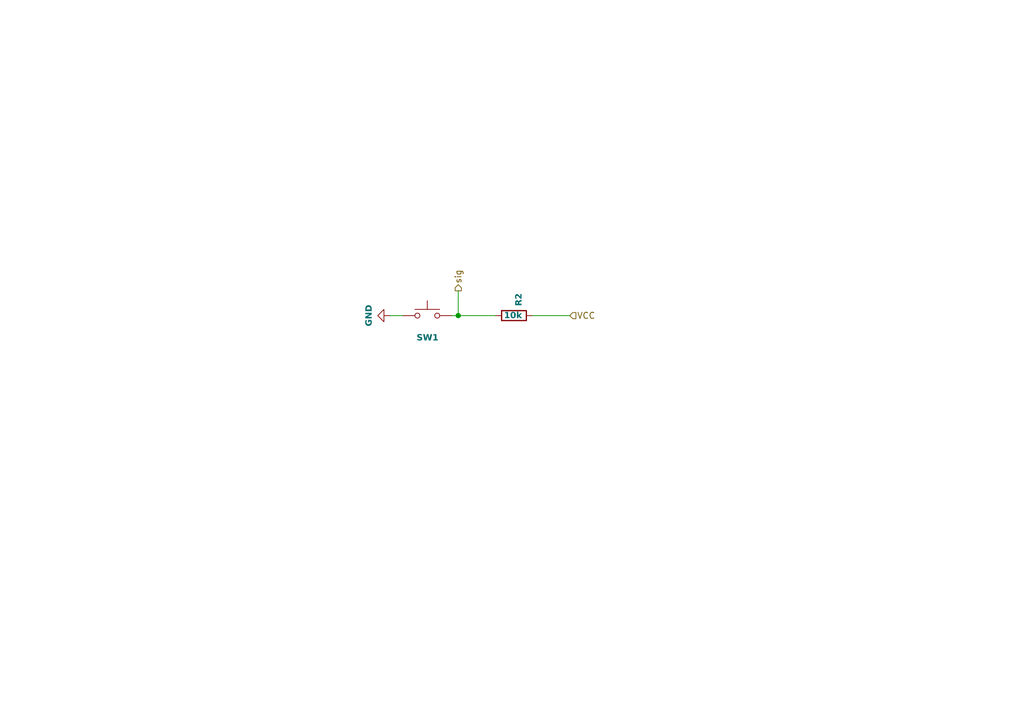
<source format=kicad_sch>
(kicad_sch (version 20250114) (generator "eeschema") (generator_version "9.0")
  (paper "A5")
  (lib_symbols
    (symbol "Device:R" (pin_numbers (hide yes)) (pin_names (offset 0))
      (property "Reference" "R" (at 2.032 0 90))
      (property "Value" "R" (at 0 0 90))
      (symbol "R_0_1"
        (rectangle (start -1.016 -2.54) (end 1.016 2.54) (stroke (width 0.254)))
      )
      (symbol "R_1_1"
        (pin passive line (at 0 3.81 270) (length 1.27) (name "~") (number "1"))
        (pin passive line (at 0 -3.81 90) (length 1.27) (name "~") (number "2"))
      )
    )
    (symbol "Switch:SW_Push" (pin_numbers (hide yes)) (pin_names (offset 1.016) (hide yes))
      (property "Reference" "SW" (at 1.27 2.54 0))
      (property "Value" "SW_Push" (at 0 -1.524 0))
      (symbol "SW_Push_0_1"
        (circle (center -2.032 0) (radius 0.508))
        (polyline (pts (xy 0 1.27) (xy 0 3.048)))
        (circle (center 2.032 0) (radius 0.508))
        (polyline (pts (xy 2.54 1.27) (xy -2.54 1.27)))
        (pin passive line (at -5.08 0 0) (length 2.54) (name "1") (number "1"))
        (pin passive line (at 5.08 0 180) (length 2.54) (name "2") (number "2"))
      )
    )
    (symbol "power:GND" (power) (pin_numbers (hide yes)) (pin_names (offset 0) (hide yes))
      (property "Value" "GND" (at 0 -3.81 0))
      (symbol "GND_0_1"
        (polyline (pts (xy 0 0) (xy 0 -1.27) (xy 1.27 -1.27) (xy 0 -2.54) (xy -1.27 -1.27) (xy 0 -1.27)))
      )
      (symbol "GND_1_1"
        (pin power_in line (at 0 0 270) (length 0) (name "~") (number "1"))
      )
    )
  )
  (junction (at 93.98 64.77))
  (wire (pts (xy 93.98 59.69) (xy 93.98 64.77)))
  (wire (pts (xy 109.22 64.77) (xy 116.84 64.77)))
  (wire (pts (xy 93.98 64.77) (xy 101.6 64.77)))
  (wire (pts (xy 92.71 64.77) (xy 93.98 64.77)))
  (wire (pts (xy 80.01 64.77) (xy 82.55 64.77)))
  (hierarchical_label "VCC" (shape input) (at 116.84 64.77 0))
  (hierarchical_label "sig" (shape output) (at 93.98 59.69 90))
  (symbol (lib_id "Switch:SW_Push") (at 87.63 64.77 0) (unit 1)
    (property "Reference" "SW1" (at 89.916 69.342 0) (effects (justify right)))
    (property "Value" "SW_Push" (effects (hide yes)))
    (property "Footprint" "Button_Switch_SMD:SW_SPST_PTS645Sx43SMTR92" (effects (hide yes)))
    (property "Description" "Push button switch, generic, two pins" (effects (hide yes)))
  )
  (symbol (lib_id "Device:R") (at 105.41 64.77 270) (unit 1)
    (property "Reference" "R2" (at 106.426 60.198 0) (effects (justify left)))
    (property "Value" "10k" (at 103.378 64.77 90) (effects (justify left)))
    (property "Footprint" "Resistor_SMD:R_0402_1005Metric" (effects (hide yes)))
    (property "Description" "Resistor 10K" (effects (hide yes)))
  )
  (symbol (lib_id "power:GND") (at 80.01 64.77 270) (unit 1)
    (property "Reference" "#PWR01" (effects (hide yes)))
    (property "Value" "GND" (at 75.692 66.802 0) (effects (justify right)))
    (property "Description" "Power symbol creates a global label with name \"GND\" , ground" (effects (hide yes)))
  )
)
</source>
